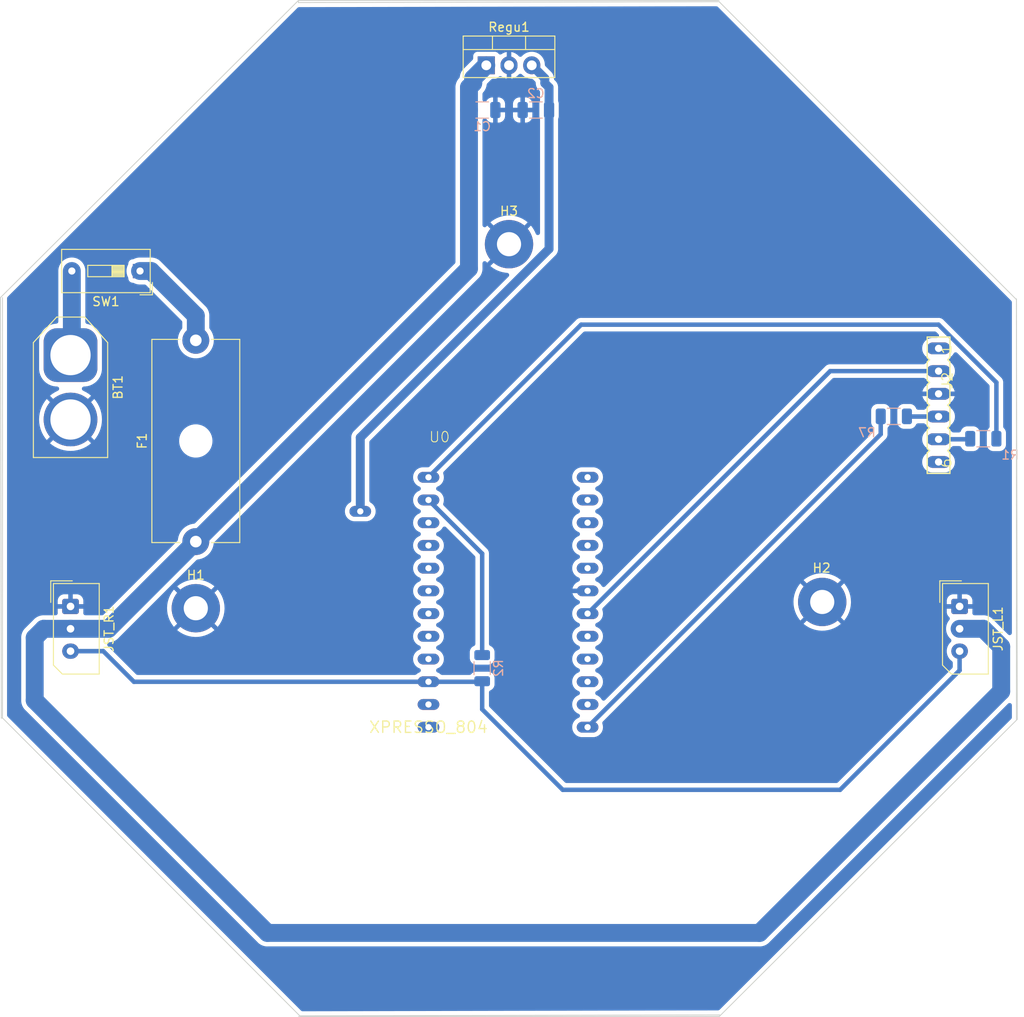
<source format=kicad_pcb>
(kicad_pcb (version 20211014) (generator pcbnew)
  (layers (0 "F.Cu" signal) (31 "B.Cu" signal) (34 "B.Paste" user) (35 "F.Paste" user) (36 "B.SilkS" user "B.Silkscreen") (37 "F.SilkS" user "F.Silkscreen") (38 "B.Mask" user) (39 "F.Mask" user) (44 "Edge.Cuts" user))
  (net 0 "")
  (net 1 "GND")
  (net 2 "+12V")
  (net 3 "/VCC_5V")
  (net 5 "/UART_TX1")
  (net 6 "/UART_RX1")
  (net 7 "/VDD")
  (net 9 "/Rx0")
  (net 10 "Net-(R1-Pad2)")
  (net 11 "/Tx0")
  (net 12 "Net-(R7-Pad1)")
  (net 31 "Net-(BT1-Pad1)")
  (net 32 "Net-(F1-Pad2)")
  (footprint "CarteUE441_v2:CON-LSTA_FE06" (layer "F.Cu") (at 189 93 -90)
    (fp_text reference "J2" (at -3.81 -1.651 90) (layer "F.SilkS") (effects (font (size 1.143 1.143) (thickness 0.127)) (justify right bottom)))
    (fp_text value "SERIE")
    (fp_text user "1" (at -6.858 -1.524 90) (layer "F.SilkS") (effects (font (size 1.143 1.143) (thickness 0.127)) (justify right bottom)))
    (fp_text user "6" (at 5.842 -1.524 90) (layer "F.SilkS") (effects (font (size 1.143 1.143) (thickness 0.127)) (justify right bottom)))
    (fp_line (start -2.794 -1.27) (end -4.826 -1.27) (layer "F.SilkS") (width 0.1524))
    (fp_line (start 7.62 1.27) (end 7.62 -1.27) (layer "F.SilkS") (width 0.1524))
    (fp_line (start 2.794 -1.27) (end 2.54 -1.016) (layer "F.SilkS") (width 0.1524))
    (fp_line (start -5.08 -1.016) (end -5.334 -1.27) (layer "F.SilkS") (width 0.1524))
    (fp_line (start 0.254 1.27) (end 2.286 1.27) (layer "F.SilkS") (width 0.1524))
    (fp_line (start -2.286 -1.27) (end -2.54 -1.016) (layer "F.SilkS") (width 0.1524))
    (fp_line (start 0.254 -1.27) (end 0 -1.016) (layer "F.SilkS") (width 0.1524))
    (fp_line (start -4.826 -1.27) (end -5.08 -1.016) (layer "F.SilkS") (width 0.1524))
    (fp_line (start -7.62 -1.27) (end -7.62 1.27) (layer "F.SilkS") (width 0.1524))
    (fp_line (start 2.54 1.016) (end 2.794 1.27) (layer "F.SilkS") (width 0.1524))
    (fp_line (start -7.62 1.27) (end -5.334 1.27) (layer "F.SilkS") (width 0.1524))
    (fp_line (start -5.334 1.27) (end -5.08 1.016) (layer "F.SilkS") (width 0.1524))
    (fp_line (start -2.54 1.016) (end -2.286 1.27) (layer "F.SilkS") (width 0.1524))
    (fp_line (start 2.794 1.27) (end 4.826 1.27) (layer "F.SilkS") (width 0.1524))
    (fp_line (start 4.826 1.27) (end 5.08 1.016) (layer "F.SilkS") (width 0.1524))
    (fp_line (start 2.286 1.27) (end 2.54 1.016) (layer "F.SilkS") (width 0.1524))
    (fp_line (start 2.54 -1.016) (end 2.286 -1.27) (layer "F.SilkS") (width 0.1524))
    (fp_line (start -4.826 1.27) (end -2.794 1.27) (layer "F.SilkS") (width 0.1524))
    (fp_line (start -2.54 -1.016) (end -2.794 -1.27) (layer "F.SilkS") (width 0.1524))
    (fp_line (start -0.254 -1.27) (end -2.286 -1.27) (layer "F.SilkS") (width 0.1524))
    (fp_line (start -2.794 1.27) (end -2.54 1.016) (layer "F.SilkS") (width 0.1524))
    (fp_line (start 0 -1.016) (end -0.254 -1.27) (layer "F.SilkS") (width 0.1524))
    (fp_line (start 4.826 -1.27) (end 2.794 -1.27) (layer "F.SilkS") (width 0.1524))
    (fp_line (start 5.08 -1.016) (end 4.826 -1.27) (layer "F.SilkS") (width 0.1524))
    (fp_line (start 5.08 1.016) (end 5.334 1.27) (layer "F.SilkS") (width 0.1524))
    (fp_line (start 7.62 -1.27) (end 5.334 -1.27) (layer "F.SilkS") (width 0.1524))
    (fp_line (start 2.286 -1.27) (end 0.254 -1.27) (layer "F.SilkS") (width 0.1524))
    (fp_line (start 0 1.016) (end 0.254 1.27) (layer "F.SilkS") (width 0.1524))
    (fp_line (start -5.334 -1.27) (end -7.62 -1.27) (layer "F.SilkS") (width 0.1524))
    (fp_line (start -2.286 1.27) (end -0.254 1.27) (layer "F.SilkS") (width 0.1524))
    (fp_line (start 5.334 1.27) (end 7.62 1.27) (layer "F.SilkS") (width 0.1524))
    (fp_line (start -5.08 1.016) (end -4.826 1.27) (layer "F.SilkS") (width 0.1524))
    (fp_line (start 5.334 -1.27) (end 5.08 -1.016) (layer "F.SilkS") (width 0.1524))
    (fp_line (start -0.254 1.27) (end 0 1.016) (layer "F.SilkS") (width 0.1524))
    (pad "1" thru_hole oval (at -6.35 0) (size 2.6416 1.3208) (drill 0.8128) (layers *.Cu *.Mask))
    (pad "2" thru_hole oval (at -3.81 0) (size 2.6416 1.3208) (drill 0.8128) (layers *.Cu *.Mask) (net 7 "/VDD"))
    (pad "3" thru_hole oval (at -1.27 0) (size 2.6416 1.3208) (drill 0.8128) (layers *.Cu *.Mask) (net 1 "GND"))
    (pad "4" thru_hole oval (at 1.27 0) (size 2.6416 1.3208) (drill 0.8128) (layers *.Cu *.Mask) (net 6 "/UART_RX1"))
    (pad "5" thru_hole oval (at 3.81 0) (size 2.6416 1.3208) (drill 0.8128) (layers *.Cu *.Mask) (net 5 "/UART_TX1"))
    (pad "6" thru_hole oval (at 6.35 0) (size 2.6416 1.3208) (drill 0.8128) (layers *.Cu *.Mask))
  )
  (footprint "Package_TO_SOT_THT:TO-220-3_Vertical" (layer "F.Cu") (at 138.46 55)
    (fp_text reference "Regu1" (at 2.54 -4.27) (layer "F.SilkS"))
    (fp_text value "L7805")
    (fp_line (start 4.391 -3.27) (end 4.391 -1.76) (layer "F.SilkS") (width 0.12))
    (fp_line (start 0.69 -3.27) (end 0.69 -1.76) (layer "F.SilkS") (width 0.12))
    (fp_line (start 7.66 -3.27) (end 7.66 1.371) (layer "F.SilkS") (width 0.12))
    (fp_line (start -2.58 -3.27) (end 7.66 -3.27) (layer "F.SilkS") (width 0.12))
    (fp_line (start -2.58 1.371) (end 7.66 1.371) (layer "F.SilkS") (width 0.12))
    (fp_line (start -2.58 -3.27) (end -2.58 1.371) (layer "F.SilkS") (width 0.12))
    (fp_line (start -2.58 -1.76) (end 7.66 -1.76) (layer "F.SilkS") (width 0.12))
    (pad "1" thru_hole rect locked (at 0 0) (size 1.905 2) (drill 1.1) (layers *.Cu *.Mask) (net 2 "+12V"))
    (pad "2" thru_hole oval locked (at 2.54 0) (size 1.905 2) (drill 1.1) (layers *.Cu *.Mask) (net 1 "GND"))
    (pad "3" thru_hole oval locked (at 5.08 0) (size 1.905 2) (drill 1.1) (layers *.Cu *.Mask) (net 3 "/VCC_5V"))
  )
  (footprint "CarteUE441_v2:LIB_ENS_AJ_V1_XPRESSO_804" (layer "F.Cu") (at 132 129)
    (fp_text reference "U0" (at 0 -31.75) (layer "F.SilkS") (effects (font (size 1.1684 1.1684) (thickness 0.1016)) (justify left bottom)))
    (fp_text value "XPRESSO_804" (at 0 0) (layer "F.SilkS") (effects (font (size 1.27 1.27))))
    (pad "5V_USB" thru_hole oval (at -7.62 -24.13) (size 2.416 1.208) (drill 0.7) (layers *.Cu *.Mask) (net 3 "/VCC_5V"))
    (pad "P$1" thru_hole oval (at 0 -27.94) (size 2.416 1.208) (drill 0.7) (layers *.Cu *.Mask) (net 10 "Net-(R1-Pad2)"))
    (pad "P$2" thru_hole oval (at 0 -25.4) (size 2.416 1.208) (drill 0.7) (layers *.Cu *.Mask) (net 11 "/Tx0"))
    (pad "P$3" thru_hole oval (at 0 -22.86) (size 2.416 1.208) (drill 0.7) (layers *.Cu *.Mask))
    (pad "P$4" thru_hole oval (at 0 -20.32) (size 2.416 1.208) (drill 0.7) (layers *.Cu *.Mask))
    (pad "P$5" thru_hole oval (at 0 -17.78) (size 2.416 1.208) (drill 0.7) (layers *.Cu *.Mask))
    (pad "P$6" thru_hole oval (at 0 -15.24) (size 2.416 1.208) (drill 0.7) (layers *.Cu *.Mask))
    (pad "P$7" thru_hole oval (at 0 -12.7) (size 2.416 1.208) (drill 0.7) (layers *.Cu *.Mask))
    (pad "P$8" thru_hole oval (at 0 -10.16) (size 2.416 1.208) (drill 0.7) (layers *.Cu *.Mask))
    (pad "P$9" thru_hole oval (at 0 -7.62) (size 2.416 1.208) (drill 0.7) (layers *.Cu *.Mask))
    (pad "P$10" thru_hole oval (at 0 -5.08) (size 2.416 1.208) (drill 0.7) (layers *.Cu *.Mask) (net 9 "/Rx0"))
    (pad "P$11" thru_hole oval (at 0 -2.54) (size 2.416 1.208) (drill 0.7) (layers *.Cu *.Mask))
    (pad "P$12" thru_hole oval (at 0 0) (size 2.416 1.208) (drill 0.7) (layers *.Cu *.Mask))
    (pad "P$13" thru_hole oval (at 17.78 0) (size 2.416 1.208) (drill 0.7) (layers *.Cu *.Mask) (net 12 "Net-(R7-Pad1)"))
    (pad "P$14" thru_hole oval (at 17.78 -2.54) (size 2.416 1.208) (drill 0.7) (layers *.Cu *.Mask))
    (pad "P$15" thru_hole oval (at 17.78 -5.08) (size 2.416 1.208) (drill 0.7) (layers *.Cu *.Mask))
    (pad "P$16" thru_hole oval (at 17.78 -7.62) (size 2.416 1.208) (drill 0.7) (layers *.Cu *.Mask))
    (pad "P$17" thru_hole oval (at 17.78 -10.16) (size 2.416 1.208) (drill 0.7) (layers *.Cu *.Mask))
    (pad "P$18" thru_hole oval (at 17.78 -12.7) (size 2.416 1.208) (drill 0.7) (layers *.Cu *.Mask) (net 7 "/VDD"))
    (pad "P$19" thru_hole oval (at 17.78 -15.24) (size 2.416 1.208) (drill 0.7) (layers *.Cu *.Mask) (net 1 "GND"))
    (pad "P$20" thru_hole oval (at 17.78 -17.78) (size 2.416 1.208) (drill 0.7) (layers *.Cu *.Mask))
    (pad "P$21" thru_hole oval (at 17.78 -20.32) (size 2.416 1.208) (drill 0.7) (layers *.Cu *.Mask))
    (pad "P$22" thru_hole oval (at 17.78 -22.86) (size 2.416 1.208) (drill 0.7) (layers *.Cu *.Mask))
    (pad "P$23" thru_hole oval (at 17.78 -25.4) (size 2.416 1.208) (drill 0.7) (layers *.Cu *.Mask))
    (pad "P$24" thru_hole oval (at 17.78 -27.94) (size 2.416 1.208) (drill 0.7) (layers *.Cu *.Mask))
  )
  (footprint "MountingHole:MountingHole_2.7mm_Pad" (layer "F.Cu") (at 141 75)
    (fp_text reference "H3" (at 0 -3.7) (layer "F.SilkS"))
    (fp_text value "MountingHole_Pad")
    (pad "1" thru_hole circle locked (at 0 0) (size 5.4 5.4) (drill 2.7) (layers *.Cu *.Mask) (net 1 "GND"))
  )
  (footprint "Button_Switch_THT:SW_DIP_SPSTx01_Slide_9.78x4.72mm_W7.62mm_P2.54mm" (layer "F.Cu") (at 99.7675 78 180)
    (fp_text reference "SW1" (at 3.81 -3.42) (layer "F.SilkS"))
    (fp_text value "SW_SPST")
    (fp_line (start 1.78 -0.155) (end 3.133333 -0.155) (layer "F.SilkS") (width 0.12))
    (fp_line (start 1.78 -0.635) (end 1.78 0.635) (layer "F.SilkS") (width 0.12))
    (fp_line (start 3.133333 -0.635) (end 3.133333 0.635) (layer "F.SilkS") (width 0.12))
    (fp_line (start -1.38 -2.66) (end 0.004 -2.66) (layer "F.SilkS") (width 0.12))
    (fp_line (start -1.14 -2.42) (end 8.76 -2.42) (layer "F.SilkS") (width 0.12))
    (fp_line (start 1.78 0.205) (end 3.133333 0.205) (layer "F.SilkS") (width 0.12))
    (fp_line (start 1.78 0.635) (end 5.84 0.635) (layer "F.SilkS") (width 0.12))
    (fp_line (start 8.76 -2.42) (end 8.76 2.42) (layer "F.SilkS") (width 0.12))
    (fp_line (start 1.78 0.085) (end 3.133333 0.085) (layer "F.SilkS") (width 0.12))
    (fp_line (start 1.78 -0.275) (end 3.133333 -0.275) (layer "F.SilkS") (width 0.12))
    (fp_line (start 1.78 -0.035) (end 3.133333 -0.035) (layer "F.SilkS") (width 0.12))
    (fp_line (start 1.78 -0.515) (end 3.133333 -0.515) (layer "F.SilkS") (width 0.12))
    (fp_line (start 1.78 0.325) (end 3.133333 0.325) (layer "F.SilkS") (width 0.12))
    (fp_line (start 1.78 0.445) (end 3.133333 0.445) (layer "F.SilkS") (width 0.12))
    (fp_line (start 5.84 -0.635) (end 1.78 -0.635) (layer "F.SilkS") (width 0.12))
    (fp_line (start -1.14 -2.42) (end -1.14 2.42) (layer "F.SilkS") (width 0.12))
    (fp_line (start 1.78 -0.395) (end 3.133333 -0.395) (layer "F.SilkS") (width 0.12))
    (fp_line (start 1.78 0.565) (end 3.133333 0.565) (layer "F.SilkS") (width 0.12))
    (fp_line (start -1.38 -2.66) (end -1.38 -1.277) (layer "F.SilkS") (width 0.12))
    (fp_line (start 5.84 0.635) (end 5.84 -0.635) (layer "F.SilkS") (width 0.12))
    (fp_line (start -1.14 2.42) (end 8.76 2.42) (layer "F.SilkS") (width 0.12))
    (pad "1" thru_hole rect locked (at 0 0 180) (size 1.6 1.6) (drill 0.8) (layers *.Cu *.Mask) (net 32 "Net-(F1-Pad2)"))
    (pad "2" thru_hole oval locked (at 7.62 0 180) (size 1.6 1.6) (drill 0.8) (layers *.Cu *.Mask) (net 31 "Net-(BT1-Pad1)"))
  )
  (footprint "MountingHole:MountingHole_2.7mm_Pad" (layer "F.Cu") (at 176 115)
    (fp_text reference "H2" (at -0.07 -3.8) (layer "F.SilkS"))
    (fp_text value "MountingHole_Pad")
    (pad "1" thru_hole circle locked (at 0 0) (size 5.4 5.4) (drill 2.7) (layers *.Cu *.Mask) (net 1 "GND"))
  )
  (footprint "MountingHole:MountingHole_2.7mm_Pad" (layer "F.Cu") (at 106 115.7)
    (fp_text reference "H1" (at 0 -3.7) (layer "F.SilkS"))
    (fp_text value "MountingHole_Pad")
    (pad "1" thru_hole circle locked (at 0 0) (size 5.4 5.4) (drill 2.7) (layers *.Cu *.Mask) (net 1 "GND"))
  )
  (footprint "Fuse:Fuseholder_Cylinder-5x20mm_Schurter_0031_8201_Horizontal_Open" (layer "F.Cu") (at 106 108.25 90)
    (fp_text reference "F1" (at 11.25 -6 90) (layer "F.SilkS"))
    (fp_text value "Fuse")
    (fp_line (start -0.11 -4.91) (end 22.61 -4.91) (layer "F.SilkS") (width 0.12))
    (fp_line (start 22.61 4.91) (end 22.61 1.75) (layer "F.SilkS") (width 0.12))
    (fp_line (start -0.11 4.91) (end 22.61 4.91) (layer "F.SilkS") (width 0.12))
    (fp_line (start -0.11 4.91) (end -0.11 1.75) (layer "F.SilkS") (width 0.12))
    (fp_line (start -0.11 -1.75) (end -0.11 -4.91) (layer "F.SilkS") (width 0.12))
    (fp_line (start 22.61 -1.75) (end 22.61 -4.91) (layer "F.SilkS") (width 0.12))
    (pad "" np_thru_hole circle locked (at 11.25 0 90) (size 2.7 2.7) (drill 2.7) (layers *.Cu *.Mask))
    (pad "1" thru_hole circle locked (at 0 0 90) (size 3 3) (drill 1.3) (layers *.Cu *.Mask) (net 2 "+12V"))
    (pad "2" thru_hole circle locked (at 22.5 0 90) (size 3 3) (drill 1.3) (layers *.Cu *.Mask) (net 32 "Net-(F1-Pad2)"))
  )
  (footprint "Connector_AMASS:AMASS_XT60-F_1x02_P7.20mm_Vertical" (layer "F.Cu") (at 92 87.4 -90)
    (fp_text reference "BT1" (at 3.6 -5.3 90) (layer "F.SilkS"))
    (fp_text value "Battery")
    (fp_line (start -1.4 -4.15) (end -4.25 -1.6) (layer "F.SilkS") (width 0.12))
    (fp_line (start -4.25 1.55) (end -1.4 4.15) (layer "F.SilkS") (width 0.12))
    (fp_line (start -1.4 4.15) (end 11.45 4.15) (layer "F.SilkS") (width 0.12))
    (fp_line (start 11.45 -4.15) (end -1.4 -4.15) (layer "F.SilkS") (width 0.12))
    (fp_line (start 11.45 4.15) (end 11.45 -4.15) (layer "F.SilkS") (width 0.12))
    (fp_line (start -4.25 -1.6) (end -4.25 1.55) (layer "F.SilkS") (width 0.12))
    (pad "1" thru_hole roundrect locked (at 0 0 270) (size 6 6) (drill 4.5) (layers *.Cu *.Mask) (net 31 "Net-(BT1-Pad1)"))
    (pad "2" thru_hole circle locked (at 7.2 0 270) (size 6 6) (drill 4.5) (layers *.Cu *.Mask) (net 1 "GND"))
  )
  (footprint "Connector_Molex:Molex_SPOX_5267-03A_1x03_P2.50mm_Vertical" (layer "F.Cu") (at 92 115.5 -90)
    (fp_text reference "JST_R1" (at 2.5 -4.3 90) (layer "F.SilkS"))
    (fp_text value "Conn_01x03_Male")
    (fp_line (start -2.56 -3.21) (end -2.56 1.91) (layer "F.SilkS") (width 0.12))
    (fp_line (start 6.56 1.91) (end 7.56 0.91) (layer "F.SilkS") (width 0.12))
    (fp_line (start -2.86 2.21) (end -0.45 2.21) (layer "F.SilkS") (width 0.12))
    (fp_line (start -2.86 -0.2) (end -2.86 2.21) (layer "F.SilkS") (width 0.12))
    (fp_line (start 7.56 0.91) (end 7.56 -3.21) (layer "F.SilkS") (width 0.12))
    (fp_line (start 7.56 -3.21) (end -2.56 -3.21) (layer "F.SilkS") (width 0.12))
    (fp_line (start -2.56 1.91) (end 6.56 1.91) (layer "F.SilkS") (width 0.12))
    (pad "1" thru_hole roundrect locked (at 0 0 270) (size 1.7 1.85) (drill 0.85) (layers *.Cu *.Mask) (roundrect_rratio 0.147059) (net 1 "GND"))
    (pad "2" thru_hole oval locked (at 2.5 0 270) (size 1.7 1.85) (drill 0.85) (layers *.Cu *.Mask) (net 2 "+12V"))
    (pad "3" thru_hole oval locked (at 5 0 270) (size 1.7 1.85) (drill 0.85) (layers *.Cu *.Mask) (net 9 "/Rx0"))
  )
  (footprint "Connector_Molex:Molex_SPOX_5267-03A_1x03_P2.50mm_Vertical" (layer "F.Cu") (at 191.35 115.5 -90)
    (fp_text reference "JST_L1" (at 2.5 -4.3 90) (layer "F.SilkS"))
    (fp_text value "Conn_01x03_Male")
    (fp_line (start -2.86 -0.2) (end -2.86 2.21) (layer "F.SilkS") (width 0.12))
    (fp_line (start -2.56 1.91) (end 6.56 1.91) (layer "F.SilkS") (width 0.12))
    (fp_line (start 7.56 0.91) (end 7.56 -3.21) (layer "F.SilkS") (width 0.12))
    (fp_line (start 6.56 1.91) (end 7.56 0.91) (layer "F.SilkS") (width 0.12))
    (fp_line (start 7.56 -3.21) (end -2.56 -3.21) (layer "F.SilkS") (width 0.12))
    (fp_line (start -2.56 -3.21) (end -2.56 1.91) (layer "F.SilkS") (width 0.12))
    (fp_line (start -2.86 2.21) (end -0.45 2.21) (layer "F.SilkS") (width 0.12))
    (pad "1" thru_hole roundrect locked (at 0 0 270) (size 1.7 1.85) (drill 0.85) (layers *.Cu *.Mask) (roundrect_rratio 0.147059) (net 1 "GND"))
    (pad "2" thru_hole oval locked (at 2.5 0 270) (size 1.7 1.85) (drill 0.85) (layers *.Cu *.Mask) (net 2 "+12V"))
    (pad "3" thru_hole oval locked (at 5 0 270) (size 1.7 1.85) (drill 0.85) (layers *.Cu *.Mask) (net 9 "/Rx0"))
  )
  (footprint "Resistor_SMD:R_1206_3216Metric" (layer "B.Cu") (at 138 122.4 90)
    (fp_text reference "R2" (at 0 1.82 90) (layer "B.SilkS") (effects (justify mirror)))
    (fp_text value "1kOhm")
    (fp_line (start -0.727064 -0.91) (end 0.727064 -0.91) (layer "B.SilkS") (width 0.12))
    (fp_line (start -0.727064 0.91) (end 0.727064 0.91) (layer "B.SilkS") (width 0.12))
    (pad "1" smd roundrect locked (at -1.4625 0 90) (size 1.125 1.75) (layers "B.Cu" "B.Paste" "B.Mask") (roundrect_rratio 0.222222) (net 9 "/Rx0"))
    (pad "2" smd roundrect locked (at 1.4625 0 90) (size 1.125 1.75) (layers "B.Cu" "B.Paste" "B.Mask") (roundrect_rratio 0.222222) (net 11 "/Tx0"))
  )
  (footprint "Capacitor_SMD:C_1206_3216Metric" (layer "B.Cu") (at 144 60 180)
    (fp_text reference "C2" (at 0 1.85) (layer "B.SilkS") (effects (justify mirror)))
    (fp_text value "100nF")
    (fp_line (start -0.711252 -0.91) (end 0.711252 -0.91) (layer "B.SilkS") (width 0.12))
    (fp_line (start -0.711252 0.91) (end 0.711252 0.91) (layer "B.SilkS") (width 0.12))
    (pad "1" smd roundrect locked (at -1.475 0 180) (size 1.15 1.8) (layers "B.Cu" "B.Paste" "B.Mask") (roundrect_rratio 0.217391) (net 3 "/VCC_5V"))
    (pad "2" smd roundrect locked (at 1.475 0 180) (size 1.15 1.8) (layers "B.Cu" "B.Paste" "B.Mask") (roundrect_rratio 0.217391) (net 1 "GND"))
  )
  (footprint "Resistor_SMD:R_1206_3216Metric" (layer "B.Cu") (at 184 94.25)
    (fp_text reference "R7" (at -3 1.82) (layer "B.SilkS") (effects (justify mirror)))
    (fp_text value "560")
    (fp_line (start -0.727064 -0.91) (end 0.727064 -0.91) (layer "B.SilkS") (width 0.12))
    (fp_line (start -0.727064 0.91) (end 0.727064 0.91) (layer "B.SilkS") (width 0.12))
    (pad "1" smd roundrect locked (at -1.4625 0) (size 1.125 1.75) (layers "B.Cu" "B.Paste" "B.Mask") (roundrect_rratio 0.222222) (net 12 "Net-(R7-Pad1)"))
    (pad "2" smd roundrect locked (at 1.4625 0) (size 1.125 1.75) (layers "B.Cu" "B.Paste" "B.Mask") (roundrect_rratio 0.222222) (net 6 "/UART_RX1"))
  )
  (footprint "Resistor_SMD:R_1206_3216Metric" (layer "B.Cu") (at 194 96.75)
    (fp_text reference "R1" (at 3 1.82) (layer "B.SilkS") (effects (justify mirror)))
    (fp_text value "560")
    (fp_line (start -0.727064 0.91) (end 0.727064 0.91) (layer "B.SilkS") (width 0.12))
    (fp_line (start -0.727064 -0.91) (end 0.727064 -0.91) (layer "B.SilkS") (width 0.12))
    (pad "1" smd roundrect locked (at -1.4625 0) (size 1.125 1.75) (layers "B.Cu" "B.Paste" "B.Mask") (roundrect_rratio 0.222222) (net 5 "/UART_TX1"))
    (pad "2" smd roundrect locked (at 1.4625 0) (size 1.125 1.75) (layers "B.Cu" "B.Paste" "B.Mask") (roundrect_rratio 0.222222) (net 10 "Net-(R1-Pad2)"))
  )
  (footprint "Capacitor_SMD:C_1206_3216Metric" (layer "B.Cu") (at 138 60)
    (fp_text reference "C1" (at 0 1.85) (layer "B.SilkS") (effects (justify mirror)))
    (fp_text value "330nF")
    (fp_line (start -0.711252 -0.91) (end 0.711252 -0.91) (layer "B.SilkS") (width 0.12))
    (fp_line (start -0.711252 0.91) (end 0.711252 0.91) (layer "B.SilkS") (width 0.12))
    (pad "1" smd roundrect locked (at -1.475 0) (size 1.15 1.8) (layers "B.Cu" "B.Paste" "B.Mask") (roundrect_rratio 0.217391) (net 2 "+12V"))
    (pad "2" smd roundrect locked (at 1.475 0) (size 1.15 1.8) (layers "B.Cu" "B.Paste" "B.Mask") (roundrect_rratio 0.217391) (net 1 "GND"))
  )
  (gr_line (start 84.17 80.97) (end 84.27 127.98) (layer "Edge.Cuts") (width 0.1))
  (gr_line (start 164.47 47.75) (end 117.47 47.75) (layer "Edge.Cuts") (width 0.1))
  (gr_line (start 84.4 80.97) (end 84.4 127.97) (layer "Edge.Cuts") (width 0.1))
  (gr_line (start 84.4 127.97) (end 117.62 161.27) (layer "Edge.Cuts") (width 0.1))
  (gr_line (start 197.7 81.19) (end 164.48 47.89) (layer "Edge.Cuts") (width 0.1))
  (gr_line (start 164.48 47.89) (end 117.47 47.99) (layer "Edge.Cuts") (width 0.1))
  (gr_line (start 117.62 161.27) (end 164.63 161.17) (layer "Edge.Cuts") (width 0.1))
  (gr_line (start 117.47 47.99) (end 117.47 47.75) (layer "Edge.Cuts") (width 0.1))
  (gr_line (start 117.5 161.34) (end 164.5 161.34) (layer "Edge.Cuts") (width 0.1))
  (gr_line (start 197.7 128.19) (end 197.7 81.19) (layer "Edge.Cuts") (width 0.1))
  (gr_line (start 164.5 161.34) (end 197.8 128.12) (layer "Edge.Cuts") (width 0.1))
  (gr_line (start 84.27 127.98) (end 84.4 127.97) (layer "Edge.Cuts") (width 0.1))
  (gr_line (start 197.8 128.12) (end 197.7 81.11) (layer "Edge.Cuts") (width 0.1))
  (gr_line (start 117.47 47.75) (end 84.17 80.97) (layer "Edge.Cuts") (width 0.1))
  (segment (start 137 57) (end 137 56.46) (width 2) (layer "B.Cu") (net 2))
  (segment (start 106 108.25) (end 136.525 77.725) (width 2) (layer "B.Cu") (net 2))
  (segment (start 136.525 60) (end 136.525 57.475) (width 2) (layer "B.Cu") (net 2))
  (segment (start 92 118) (end 89 118) (width 2) (layer "B.Cu") (net 2))
  (segment (start 89 118) (end 88 119) (width 2) (layer "B.Cu") (net 2))
  (segment (start 96.25 118) (end 92 118) (width 2) (layer "B.Cu") (net 2))
  (segment (start 114 152) (end 169 152) (width 2) (layer "B.Cu") (net 2))
  (segment (start 169 152) (end 196 125) (width 2) (layer "B.Cu") (net 2))
  (segment (start 88 119) (end 88 126) (width 2) (layer "B.Cu") (net 2))
  (segment (start 106 108.25) (end 96.25 118) (width 2) (layer "B.Cu") (net 2))
  (segment (start 88 126) (end 114 152) (width 2) (layer "B.Cu") (net 2))
  (segment (start 196 125) (end 196 120) (width 2) (layer "B.Cu") (net 2))
  (segment (start 137 56.46) (end 138.46 55) (width 2) (layer "B.Cu") (net 2))
  (segment (start 196 120) (end 194 118) (width 2) (layer "B.Cu") (net 2))
  (segment (start 194 118) (end 191.35 118) (width 2) (layer "B.Cu") (net 2))
  (segment (start 136.525 77.725) (end 136.525 60) (width 2) (layer "B.Cu") (net 2))
  (segment (start 136.525 57.475) (end 137 57) (width 2) (layer "B.Cu") (net 2))
  (segment (start 124.38 96.62) (end 124.38 104.87) (width 1) (layer "B.Cu") (net 3))
  (segment (start 145 56.46) (end 143.54 55) (width 1) (layer "B.Cu") (net 3))
  (segment (start 145.475 75.525) (end 124.38 96.62) (width 1) (layer "B.Cu") (net 3))
  (segment (start 145 57) (end 145.475 57.475) (width 1) (layer "B.Cu") (net 3))
  (segment (start 145.475 60) (end 145.475 75.525) (width 1) (layer "B.Cu") (net 3))
  (segment (start 145 57) (end 145 56.46) (width 1) (layer "B.Cu") (net 3))
  (segment (start 145.475 57.475) (end 145.475 60) (width 1) (layer "B.Cu") (net 3))
  (segment (start 192.5375 96.75) (end 192.4775 96.81) (width 0.25) (layer "B.Cu") (net 5))
  (segment (start 192.4775 96.81) (end 189 96.81) (width 0.5) (layer "B.Cu") (net 5))
  (segment (start 185.4625 94.25) (end 185.4825 94.27) (width 0.25) (layer "B.Cu") (net 6))
  (segment (start 185.4825 94.27) (end 189 94.27) (width 0.5) (layer "B.Cu") (net 6))
  (segment (start 149.78 116.3) (end 176.89 89.19) (width 0.5) (layer "B.Cu") (net 7))
  (segment (start 176.89 89.19) (end 189 89.19) (width 0.5) (layer "B.Cu") (net 7))
  (segment (start 138 123.8625) (end 137.9425 123.92) (width 0.25) (layer "F.Cu") (net 9))
  (segment (start 191.35 122.65) (end 191.35 120.5) (width 0.5) (layer "B.Cu") (net 9))
  (segment (start 147 136) (end 178 136) (width 0.5) (layer "B.Cu") (net 9))
  (segment (start 137.9425 123.92) (end 132 123.92) (width 0.5) (layer "B.Cu") (net 9))
  (segment (start 138 123.8625) (end 137.9425 123.92) (width 0.25) (layer "B.Cu") (net 9))
  (segment (start 99.08 123.92) (end 95.66 120.5) (width 0.5) (layer "B.Cu") (net 9))
  (segment (start 138 127) (end 147 136) (width 0.5) (layer "B.Cu") (net 9))
  (segment (start 178 136) (end 191.35 122.65) (width 0.5) (layer "B.Cu") (net 9))
  (segment (start 95.66 120.5) (end 92 120.5) (width 0.5) (layer "B.Cu") (net 9))
  (segment (start 138 123.8625) (end 138 127) (width 0.5) (layer "B.Cu") (net 9))
  (segment (start 132 123.92) (end 99.08 123.92) (width 0.5) (layer "B.Cu") (net 9))
  (segment (start 149.06 84) (end 132 101.06) (width 0.5) (layer "B.Cu") (net 10))
  (segment (start 189 84) (end 149.06 84) (width 0.5) (layer "B.Cu") (net 10))
  (segment (start 195.4625 90.4625) (end 189 84) (width 0.5) (layer "B.Cu") (net 10))
  (segment (start 195.4625 96.75) (end 195.4625 90.4625) (width 0.5) (layer "B.Cu") (net 10))
  (segment (start 132 103.6) (end 138 109.6) (width 0.5) (layer "B.Cu") (net 11))
  (segment (start 138 109.6) (end 138 120.9375) (width 0.5) (layer "B.Cu") (net 11))
  (segment (start 182.5375 94.25) (end 182.5375 96.2425) (width 0.5) (layer "B.Cu") (net 12))
  (segment (start 182.5375 96.2425) (end 149.78 129) (width 0.5) (layer "B.Cu") (net 12))
  (segment (start 92.1475 87.2525) (end 92.1475 78) (width 2) (layer "B.Cu") (net 31))
  (segment (start 92 87.4) (end 92.1475 87.2525) (width 2) (layer "B.Cu") (net 31))
  (segment (start 99.7675 78) (end 101 78) (width 2) (layer "B.Cu") (net 32))
  (segment (start 106 83) (end 106 85.75) (width 2) (layer "B.Cu") (net 32))
  (segment (start 101 78) (end 106 83) (width 2) (layer "B.Cu") (net 32))
  (zone (net 1) (net_name "GND") (layer "B.Cu") (connect_pads (clearance 0.508)) (min_thickness 0.5) (fill yes (thermal_gap 0.508) (thermal_bridge_width 0.508))
    (polygon (pts (xy 197.8 81.2) (xy 197.8 128.2) (xy 164.6 161.4) (xy 117.6 161.4) (xy 84.4 128) (xy 84.2 81) (xy 117.4 47.8) (xy 164.6 47.8)))
  )
)
</source>
